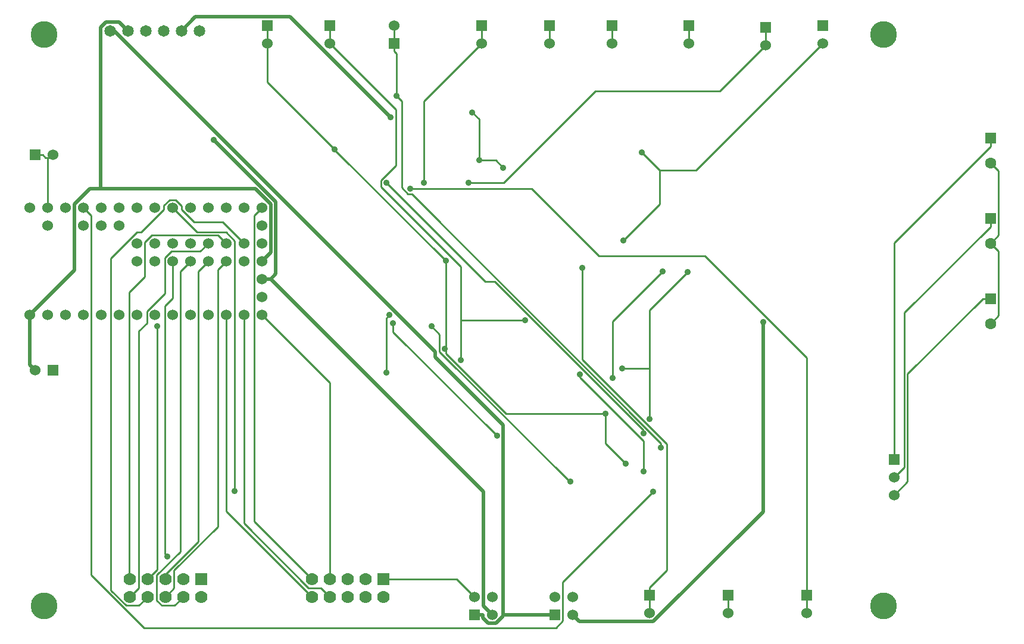
<source format=gbl>
G04 (created by PCBNEW (2013-jul-07)-stable) date Mon 21 Nov 2016 11:23:47 AM PST*
%MOIN*%
G04 Gerber Fmt 3.4, Leading zero omitted, Abs format*
%FSLAX34Y34*%
G01*
G70*
G90*
G04 APERTURE LIST*
%ADD10C,0.00590551*%
%ADD11C,0.06*%
%ADD12R,0.06X0.06*%
%ADD13C,0.065*%
%ADD14R,0.063X0.063*%
%ADD15C,0.063*%
%ADD16R,0.07X0.07*%
%ADD17C,0.07*%
%ADD18C,0.15*%
%ADD19C,0.035*%
%ADD20C,0.01*%
%ADD21C,0.02*%
G04 APERTURE END LIST*
G54D10*
G54D11*
X20700Y-37200D03*
X21700Y-37200D03*
X22700Y-37200D03*
X23700Y-37200D03*
X24700Y-37200D03*
X25700Y-37200D03*
X26700Y-37200D03*
X27700Y-37200D03*
X28700Y-37200D03*
X29700Y-37200D03*
X30700Y-37200D03*
X31700Y-37200D03*
X32700Y-37200D03*
X33700Y-37200D03*
X33700Y-36200D03*
X33700Y-35200D03*
X33700Y-34200D03*
X33700Y-33200D03*
X33700Y-32200D03*
X33700Y-31200D03*
X32700Y-31200D03*
X31700Y-31200D03*
X30700Y-31200D03*
X29700Y-31200D03*
X28700Y-31200D03*
X27700Y-31200D03*
X26700Y-31200D03*
X25700Y-31200D03*
X24700Y-31200D03*
X23700Y-31200D03*
X22700Y-31200D03*
X21700Y-31200D03*
X20700Y-31200D03*
X26700Y-34200D03*
X27700Y-34200D03*
X28700Y-34200D03*
X29700Y-34200D03*
X30700Y-34200D03*
X31700Y-34200D03*
X32700Y-34200D03*
X32700Y-33200D03*
X31700Y-33200D03*
X30700Y-33200D03*
X29700Y-33200D03*
X28700Y-33200D03*
X27700Y-33200D03*
X26700Y-33200D03*
X25700Y-32200D03*
X24700Y-32200D03*
X23700Y-32200D03*
X21700Y-32200D03*
G54D12*
X69100Y-45300D03*
G54D11*
X69100Y-46300D03*
X69100Y-47300D03*
G54D12*
X50100Y-54000D03*
G54D11*
X50100Y-53000D03*
X51100Y-54000D03*
X51100Y-53000D03*
G54D12*
X45600Y-54000D03*
G54D11*
X45600Y-53000D03*
X46600Y-54000D03*
X46600Y-53000D03*
G54D12*
X46000Y-21000D03*
G54D11*
X46000Y-22000D03*
G54D12*
X41100Y-22000D03*
G54D11*
X41100Y-21000D03*
G54D12*
X22000Y-40300D03*
G54D11*
X21000Y-40300D03*
G54D12*
X49800Y-21000D03*
G54D11*
X49800Y-22000D03*
G54D12*
X21000Y-28250D03*
G54D11*
X22000Y-28250D03*
G54D12*
X53300Y-21000D03*
G54D11*
X53300Y-22000D03*
G54D12*
X57600Y-21000D03*
G54D11*
X57600Y-22000D03*
G54D12*
X55400Y-52900D03*
G54D11*
X55400Y-53900D03*
G54D12*
X61900Y-21100D03*
G54D11*
X61900Y-22100D03*
G54D12*
X64200Y-52900D03*
G54D11*
X64200Y-53900D03*
G54D12*
X59800Y-52900D03*
G54D11*
X59800Y-53900D03*
G54D12*
X65100Y-21000D03*
G54D11*
X65100Y-22000D03*
G54D12*
X37500Y-21000D03*
G54D11*
X37500Y-22000D03*
G54D12*
X34000Y-21000D03*
G54D11*
X34000Y-22000D03*
G54D13*
X25200Y-21300D03*
X26200Y-21300D03*
X27200Y-21300D03*
X28200Y-21300D03*
X29200Y-21300D03*
X30200Y-21300D03*
G54D14*
X74500Y-27311D03*
G54D15*
X74500Y-28689D03*
G54D14*
X74500Y-31811D03*
G54D15*
X74500Y-33189D03*
G54D14*
X74500Y-36311D03*
G54D15*
X74500Y-37689D03*
G54D16*
X30300Y-52000D03*
G54D17*
X30300Y-53000D03*
X29300Y-52000D03*
X29300Y-53000D03*
X28300Y-52000D03*
X28300Y-53000D03*
X27300Y-52000D03*
X27300Y-53000D03*
X26300Y-52000D03*
X26300Y-53000D03*
G54D16*
X40500Y-52000D03*
G54D17*
X40500Y-53000D03*
X39500Y-52000D03*
X39500Y-53000D03*
X38500Y-52000D03*
X38500Y-53000D03*
X37500Y-52000D03*
X37500Y-53000D03*
X36500Y-52000D03*
X36500Y-53000D03*
G54D18*
X68500Y-53500D03*
X21500Y-53500D03*
X21500Y-21500D03*
X68500Y-21500D03*
G54D19*
X48430Y-37494D03*
X44829Y-39749D03*
X37784Y-27940D03*
X52931Y-42735D03*
X54059Y-45534D03*
X44003Y-34182D03*
X43946Y-39106D03*
X61761Y-37611D03*
X31000Y-27390D03*
X45875Y-28539D03*
X47217Y-28971D03*
X40657Y-40431D03*
X40845Y-37214D03*
X45478Y-25855D03*
X28414Y-50735D03*
X27837Y-37842D03*
X42758Y-29817D03*
X40885Y-26121D03*
X41241Y-24931D03*
X56050Y-44625D03*
X51640Y-34584D03*
X54967Y-28104D03*
X53932Y-33035D03*
X45254Y-29812D03*
X32183Y-47054D03*
X42015Y-30126D03*
X50952Y-46537D03*
X43200Y-37847D03*
X46852Y-43976D03*
X41040Y-37667D03*
X55070Y-43850D03*
X40661Y-29802D03*
X55592Y-47107D03*
X51490Y-40522D03*
X55056Y-45968D03*
X57544Y-34813D03*
X55410Y-43053D03*
X53854Y-40211D03*
X56130Y-34771D03*
X53339Y-40731D03*
G54D20*
X37500Y-21000D02*
X37500Y-22000D01*
X44829Y-34512D02*
X44829Y-37494D01*
X40356Y-30039D02*
X44829Y-34512D01*
X40356Y-29676D02*
X40356Y-30039D01*
X41190Y-28842D02*
X40356Y-29676D01*
X41190Y-25690D02*
X41190Y-28842D01*
X37500Y-22000D02*
X41190Y-25690D01*
X48430Y-37494D02*
X44829Y-37494D01*
X44829Y-37494D02*
X44829Y-39749D01*
X34000Y-21000D02*
X34000Y-22000D01*
X34000Y-24155D02*
X37784Y-27940D01*
X34000Y-22000D02*
X34000Y-24155D01*
X37784Y-27962D02*
X44003Y-34182D01*
X37784Y-27940D02*
X37784Y-27962D01*
X52931Y-44407D02*
X54059Y-45534D01*
X52931Y-42735D02*
X52931Y-44407D01*
X44003Y-39106D02*
X43946Y-39106D01*
X44003Y-39362D02*
X44003Y-39106D01*
X47377Y-42735D02*
X44003Y-39362D01*
X52931Y-42735D02*
X47377Y-42735D01*
X44003Y-39106D02*
X44003Y-34182D01*
G54D21*
X61761Y-48238D02*
X61761Y-37611D01*
X55617Y-54383D02*
X61761Y-48238D01*
X51483Y-54383D02*
X55617Y-54383D01*
X51100Y-54000D02*
X51483Y-54383D01*
X34483Y-34915D02*
X34198Y-35200D01*
X34483Y-30873D02*
X34483Y-34915D01*
X31000Y-27390D02*
X34483Y-30873D01*
X33700Y-35200D02*
X34198Y-35200D01*
X46100Y-53500D02*
X46600Y-54000D01*
X46100Y-47101D02*
X46100Y-53500D01*
X34198Y-35200D02*
X46100Y-47101D01*
X45600Y-54000D02*
X46080Y-54000D01*
X50100Y-54000D02*
X49619Y-54000D01*
X47207Y-54082D02*
X47207Y-54000D01*
X46810Y-54480D02*
X47207Y-54082D01*
X46380Y-54480D02*
X46810Y-54480D01*
X46080Y-54180D02*
X46380Y-54480D01*
X46080Y-54000D02*
X46080Y-54180D01*
X47207Y-54000D02*
X49619Y-54000D01*
X47207Y-43356D02*
X47207Y-54000D01*
X43411Y-39559D02*
X47207Y-43356D01*
X43411Y-39277D02*
X43411Y-39559D01*
X25434Y-21300D02*
X43411Y-39277D01*
X25200Y-21300D02*
X25434Y-21300D01*
G54D20*
X21000Y-28250D02*
X21430Y-28250D01*
X21700Y-28400D02*
X21700Y-31200D01*
X21850Y-28400D02*
X21700Y-28400D01*
X22000Y-28250D02*
X21850Y-28400D01*
X21580Y-28400D02*
X21430Y-28250D01*
X21700Y-28400D02*
X21580Y-28400D01*
X40657Y-37402D02*
X40657Y-40431D01*
X40845Y-37214D02*
X40657Y-37402D01*
X74945Y-33634D02*
X74500Y-33189D01*
X74945Y-37243D02*
X74945Y-33634D01*
X74500Y-37689D02*
X74945Y-37243D01*
X74945Y-32743D02*
X74500Y-33189D01*
X74945Y-29134D02*
X74945Y-32743D01*
X74500Y-28689D02*
X74945Y-29134D01*
X46786Y-28539D02*
X47217Y-28971D01*
X45875Y-28539D02*
X46786Y-28539D01*
X45875Y-26252D02*
X45478Y-25855D01*
X45875Y-28539D02*
X45875Y-26252D01*
X31700Y-48200D02*
X31700Y-37200D01*
X36500Y-53000D02*
X31700Y-48200D01*
X57600Y-22000D02*
X57600Y-21000D01*
X69100Y-33156D02*
X74500Y-27756D01*
X69100Y-45300D02*
X69100Y-33156D01*
X74500Y-27310D02*
X74500Y-27756D01*
X28700Y-36269D02*
X28700Y-34200D01*
X28266Y-36703D02*
X28700Y-36269D01*
X28266Y-50587D02*
X28266Y-36703D01*
X28414Y-50735D02*
X28266Y-50587D01*
X29130Y-34769D02*
X29700Y-34200D01*
X29130Y-50457D02*
X29130Y-34769D01*
X27810Y-51777D02*
X29130Y-50457D01*
X27810Y-53203D02*
X27810Y-51777D01*
X28089Y-53483D02*
X27810Y-53203D01*
X28816Y-53483D02*
X28089Y-53483D01*
X29300Y-53000D02*
X28816Y-53483D01*
X30130Y-34769D02*
X30700Y-34200D01*
X30130Y-49915D02*
X30130Y-34769D01*
X28300Y-51745D02*
X30130Y-49915D01*
X28300Y-52000D02*
X28300Y-51745D01*
X28780Y-52519D02*
X28300Y-53000D01*
X28780Y-51519D02*
X28780Y-52519D01*
X31230Y-49070D02*
X28780Y-51519D01*
X31230Y-34670D02*
X31230Y-49070D01*
X31700Y-34200D02*
X31230Y-34670D01*
X27837Y-51462D02*
X27837Y-37842D01*
X27300Y-52000D02*
X27837Y-51462D01*
X26816Y-53483D02*
X27300Y-53000D01*
X26097Y-53483D02*
X26816Y-53483D01*
X25248Y-52635D02*
X26097Y-53483D01*
X25248Y-34034D02*
X25248Y-52635D01*
X26713Y-32569D02*
X25248Y-34034D01*
X26939Y-32569D02*
X26713Y-32569D01*
X28200Y-31309D02*
X26939Y-32569D01*
X28200Y-31082D02*
X28200Y-31309D01*
X28521Y-30761D02*
X28200Y-31082D01*
X28870Y-30761D02*
X28521Y-30761D01*
X29200Y-31091D02*
X28870Y-30761D01*
X29200Y-31312D02*
X29200Y-31091D01*
X29905Y-32017D02*
X29200Y-31312D01*
X31517Y-32017D02*
X29905Y-32017D01*
X32700Y-33200D02*
X31517Y-32017D01*
X31250Y-32750D02*
X31700Y-33200D01*
X27527Y-32750D02*
X31250Y-32750D01*
X27136Y-33141D02*
X27527Y-32750D01*
X27136Y-35059D02*
X27136Y-33141D01*
X26263Y-35932D02*
X27136Y-35059D01*
X26263Y-51963D02*
X26263Y-35932D01*
X26300Y-52000D02*
X26263Y-51963D01*
X30250Y-33649D02*
X30700Y-33200D01*
X28635Y-33649D02*
X30250Y-33649D01*
X28269Y-34014D02*
X28635Y-33649D01*
X28269Y-35994D02*
X28269Y-34014D01*
X27258Y-37005D02*
X28269Y-35994D01*
X27258Y-37661D02*
X27258Y-37005D01*
X26800Y-38120D02*
X27258Y-37661D01*
X26800Y-52500D02*
X26800Y-38120D01*
X26300Y-53000D02*
X26800Y-52500D01*
X49800Y-22000D02*
X49800Y-21000D01*
X53300Y-22000D02*
X53300Y-21000D01*
X46000Y-21000D02*
X46000Y-22000D01*
X42758Y-25241D02*
X42758Y-29817D01*
X46000Y-22000D02*
X42758Y-25241D01*
G54D21*
X20700Y-40000D02*
X20700Y-37200D01*
X21000Y-40300D02*
X20700Y-40000D01*
X24066Y-30139D02*
X24677Y-30139D01*
X23200Y-31006D02*
X24066Y-30139D01*
X23200Y-34700D02*
X23200Y-31006D01*
X20700Y-37200D02*
X23200Y-34700D01*
X25692Y-20792D02*
X26200Y-21300D01*
X24984Y-20792D02*
X25692Y-20792D01*
X24677Y-21099D02*
X24984Y-20792D01*
X24677Y-30139D02*
X24677Y-21099D01*
X34198Y-33701D02*
X33700Y-34200D01*
X34198Y-31014D02*
X34198Y-33701D01*
X33323Y-30139D02*
X34198Y-31014D01*
X24677Y-30139D02*
X33323Y-30139D01*
X35283Y-20519D02*
X40885Y-26121D01*
X29980Y-20519D02*
X35283Y-20519D01*
X29200Y-21300D02*
X29980Y-20519D01*
G54D20*
X37500Y-41000D02*
X37500Y-52000D01*
X33700Y-37200D02*
X37500Y-41000D01*
X32700Y-48882D02*
X32700Y-37200D01*
X36317Y-52500D02*
X32700Y-48882D01*
X37000Y-52500D02*
X36317Y-52500D01*
X37500Y-53000D02*
X37000Y-52500D01*
X41100Y-21000D02*
X41100Y-22000D01*
X41100Y-22000D02*
X41100Y-22430D01*
X41241Y-22571D02*
X41100Y-22430D01*
X41241Y-24931D02*
X41241Y-22571D01*
X56050Y-44396D02*
X56050Y-44625D01*
X42086Y-30432D02*
X56050Y-44396D01*
X41884Y-30432D02*
X42086Y-30432D01*
X41538Y-30086D02*
X41884Y-30432D01*
X41538Y-25228D02*
X41538Y-30086D01*
X41241Y-24931D02*
X41538Y-25228D01*
X55400Y-53900D02*
X55400Y-52900D01*
X55400Y-52900D02*
X55400Y-52469D01*
X51640Y-39718D02*
X51640Y-34584D01*
X56368Y-44445D02*
X51640Y-39718D01*
X56368Y-51501D02*
X56368Y-44445D01*
X55400Y-52469D02*
X56368Y-51501D01*
X69669Y-45730D02*
X69100Y-46300D01*
X69669Y-37086D02*
X69669Y-45730D01*
X74500Y-32256D02*
X69669Y-37086D01*
X74500Y-31810D02*
X74500Y-32256D01*
X55961Y-31006D02*
X53932Y-33035D01*
X55961Y-29098D02*
X55961Y-31006D01*
X58001Y-29098D02*
X55961Y-29098D01*
X65100Y-22000D02*
X58001Y-29098D01*
X55961Y-29098D02*
X54967Y-28104D01*
X61900Y-21100D02*
X61900Y-22100D01*
X47237Y-29812D02*
X45254Y-29812D01*
X52373Y-24676D02*
X47237Y-29812D01*
X59323Y-24676D02*
X52373Y-24676D01*
X61900Y-22100D02*
X59323Y-24676D01*
X33265Y-31634D02*
X33700Y-31200D01*
X33265Y-48765D02*
X33265Y-31634D01*
X36500Y-52000D02*
X33265Y-48765D01*
X32183Y-33068D02*
X32183Y-47054D01*
X31685Y-32570D02*
X32183Y-33068D01*
X30070Y-32570D02*
X31685Y-32570D01*
X28700Y-31200D02*
X30070Y-32570D01*
X59800Y-53900D02*
X59800Y-52900D01*
X64200Y-53900D02*
X64200Y-52900D01*
X48801Y-30126D02*
X42015Y-30126D01*
X52583Y-33908D02*
X48801Y-30126D01*
X58503Y-33908D02*
X52583Y-33908D01*
X64200Y-39605D02*
X58503Y-33908D01*
X64200Y-52900D02*
X64200Y-39605D01*
X50922Y-46537D02*
X50952Y-46537D01*
X43641Y-39255D02*
X50922Y-46537D01*
X43641Y-38289D02*
X43641Y-39255D01*
X43200Y-37847D02*
X43641Y-38289D01*
X41040Y-38163D02*
X41040Y-37667D01*
X46852Y-43976D02*
X41040Y-38163D01*
X46188Y-35329D02*
X40661Y-29802D01*
X46729Y-35329D02*
X46188Y-35329D01*
X55070Y-43670D02*
X46729Y-35329D01*
X55070Y-43850D02*
X55070Y-43670D01*
X50536Y-52164D02*
X55592Y-47107D01*
X50536Y-54348D02*
X50536Y-52164D01*
X50155Y-54728D02*
X50536Y-54348D01*
X27086Y-54728D02*
X50155Y-54728D01*
X24130Y-51771D02*
X27086Y-54728D01*
X24130Y-31630D02*
X24130Y-51771D01*
X23700Y-31200D02*
X24130Y-31630D01*
X44600Y-52000D02*
X45600Y-53000D01*
X40500Y-52000D02*
X44600Y-52000D01*
X74500Y-36310D02*
X74054Y-36310D01*
X69849Y-40515D02*
X74054Y-36310D01*
X69849Y-46550D02*
X69849Y-40515D01*
X69100Y-47300D02*
X69849Y-46550D01*
X55056Y-44268D02*
X55056Y-45968D01*
X51490Y-40702D02*
X55056Y-44268D01*
X51490Y-40522D02*
X51490Y-40702D01*
X55410Y-36947D02*
X55410Y-40211D01*
X57544Y-34813D02*
X55410Y-36947D01*
X55410Y-40211D02*
X55410Y-43053D01*
X55410Y-40211D02*
X53854Y-40211D01*
X53339Y-37562D02*
X56130Y-34771D01*
X53339Y-40731D02*
X53339Y-37562D01*
M02*

</source>
